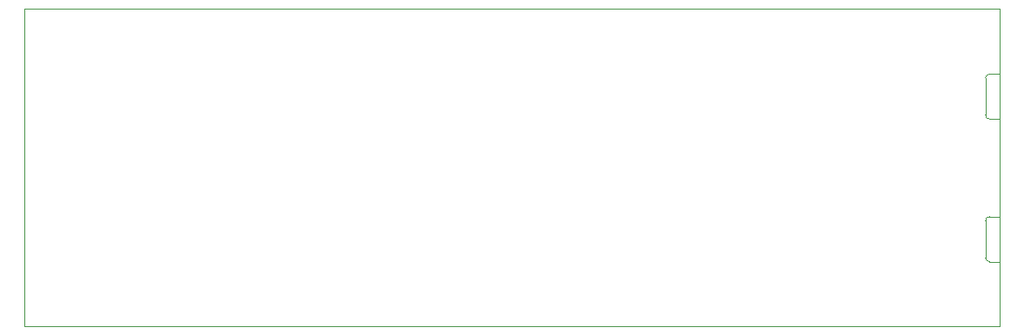
<source format=gm1>
G04 #@! TF.GenerationSoftware,KiCad,Pcbnew,9.0.2-9.0.2-0~ubuntu22.04.1*
G04 #@! TF.CreationDate,2025-07-06T23:19:01+01:00*
G04 #@! TF.ProjectId,ggroohauga-console,6767726f-6f68-4617-9567-612d636f6e73,rev?*
G04 #@! TF.SameCoordinates,Original*
G04 #@! TF.FileFunction,Profile,NP*
%FSLAX46Y46*%
G04 Gerber Fmt 4.6, Leading zero omitted, Abs format (unit mm)*
G04 Created by KiCad (PCBNEW 9.0.2-9.0.2-0~ubuntu22.04.1) date 2025-07-06 23:19:01*
%MOMM*%
%LPD*%
G01*
G04 APERTURE LIST*
G04 #@! TA.AperFunction,Profile*
%ADD10C,0.025400*%
G04 #@! TD*
G04 APERTURE END LIST*
D10*
X53873400Y-50489200D02*
X148873400Y-50489200D01*
X148873400Y-81489200D01*
X53873400Y-81489200D01*
X53873400Y-50489200D01*
X147473400Y-71219920D02*
X147473400Y-74819920D01*
X147873400Y-70819920D02*
X148873400Y-70819920D01*
X147873400Y-75219920D02*
X148873400Y-75219920D01*
X148873400Y-70819920D02*
X148873400Y-75219920D01*
X147473400Y-71219920D02*
G75*
G02*
X147873400Y-70819920I400000J0D01*
G01*
X147873400Y-75219920D02*
G75*
G02*
X147473400Y-74819920I1J400001D01*
G01*
X147473400Y-57305800D02*
X147473400Y-60905800D01*
X147873400Y-56905800D02*
X148873400Y-56905800D01*
X147873400Y-61305800D02*
X148873400Y-61305800D01*
X148873400Y-56905800D02*
X148873400Y-61305800D01*
X147473400Y-57305800D02*
G75*
G02*
X147873400Y-56905800I400000J0D01*
G01*
X147873400Y-61305800D02*
G75*
G02*
X147473400Y-60905800I1J400001D01*
G01*
M02*

</source>
